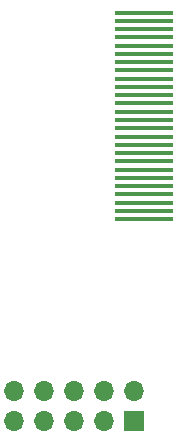
<source format=gbr>
%TF.GenerationSoftware,KiCad,Pcbnew,6.0.5+dfsg-1*%
%TF.CreationDate,2022-06-06T15:17:50+08:00*%
%TF.ProjectId,pcb-backbox,7063622d-6261-4636-9b62-6f782e6b6963,rev?*%
%TF.SameCoordinates,Original*%
%TF.FileFunction,Soldermask,Bot*%
%TF.FilePolarity,Negative*%
%FSLAX46Y46*%
G04 Gerber Fmt 4.6, Leading zero omitted, Abs format (unit mm)*
G04 Created by KiCad (PCBNEW 6.0.5+dfsg-1) date 2022-06-06 15:17:50*
%MOMM*%
%LPD*%
G01*
G04 APERTURE LIST*
%ADD10R,1.700000X1.700000*%
%ADD11O,1.700000X1.700000*%
%ADD12R,5.000000X0.400000*%
G04 APERTURE END LIST*
D10*
%TO.C,J1*%
X135630000Y-115590000D03*
D11*
X135630000Y-113050000D03*
X133090000Y-115590000D03*
X133090000Y-113050000D03*
X130550000Y-115590000D03*
X130550000Y-113050000D03*
X128010000Y-115590000D03*
X128010000Y-113050000D03*
X125470000Y-115590000D03*
X125470000Y-113050000D03*
%TD*%
D12*
%TO.C,CON1*%
X136450000Y-80970000D03*
X136450000Y-81670000D03*
X136450000Y-82370000D03*
X136450000Y-83070000D03*
X136450000Y-83770000D03*
X136450000Y-84470000D03*
X136450000Y-85170000D03*
X136450000Y-85870000D03*
X136450000Y-86570000D03*
X136450000Y-87270000D03*
X136450000Y-87970000D03*
X136450000Y-88670000D03*
X136450000Y-89370000D03*
X136450000Y-90070000D03*
X136450000Y-90770000D03*
X136450000Y-91470000D03*
X136450000Y-92170000D03*
X136450000Y-92870000D03*
X136450000Y-93570000D03*
X136450000Y-94270000D03*
X136450000Y-94970000D03*
X136450000Y-95670000D03*
X136450000Y-96370000D03*
X136450000Y-97070000D03*
X136450000Y-97770000D03*
X136450000Y-98470000D03*
%TD*%
M02*

</source>
